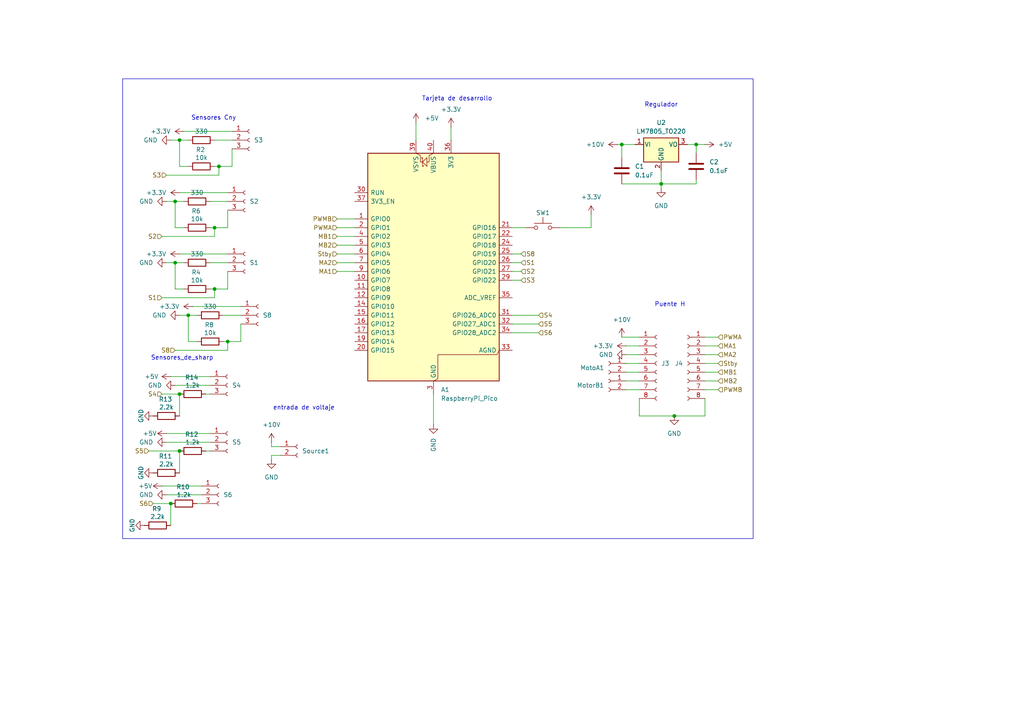
<source format=kicad_sch>
(kicad_sch (version 20250114) (generator "eeschema") (generator_version "9.0")
  (paper "A4")
  (lib_symbols
    (symbol "Connector:Conn_01x02_Socket" (pin_names (offset 1.016) (hide yes))
      (property "Reference" "J" (at 0 2.54 0))
      (property "Value" "Conn_01x02_Socket" (at 0 -5.08 0))
      (symbol "Conn_01x02_Socket_1_1"
        (polyline (pts (xy -1.27 0) (xy -0.508 0)) (stroke (width 0.1524)))
        (polyline (pts (xy -1.27 -2.54) (xy -0.508 -2.54)) (stroke (width 0.1524)))
        (arc (start 0 -0.508) (mid -0.5058 0) (end 0 0.508) (stroke (width 0.1524)))
        (arc (start 0 -3.048) (mid -0.5058 -2.54) (end 0 -2.032) (stroke (width 0.1524)))
        (pin passive line (at -5.08 0 0) (length 3.81) (name "Pin_1") (number "1"))
        (pin passive line (at -5.08 -2.54 0) (length 3.81) (name "Pin_2") (number "2"))
      )
    )
    (symbol "Connector:Conn_01x03_Socket" (pin_names (offset 1.016) (hide yes))
      (property "Reference" "J" (at 0 5.08 0))
      (property "Value" "Conn_01x03_Socket" (at 0 -5.08 0))
      (symbol "Conn_01x03_Socket_1_1"
        (polyline (pts (xy -1.27 2.54) (xy -0.508 2.54)) (stroke (width 0.1524)))
        (polyline (pts (xy -1.27 0) (xy -0.508 0)) (stroke (width 0.1524)))
        (polyline (pts (xy -1.27 -2.54) (xy -0.508 -2.54)) (stroke (width 0.1524)))
        (arc (start 0 2.032) (mid -0.5058 2.54) (end 0 3.048) (stroke (width 0.1524)))
        (arc (start 0 -0.508) (mid -0.5058 0) (end 0 0.508) (stroke (width 0.1524)))
        (arc (start 0 -3.048) (mid -0.5058 -2.54) (end 0 -2.032) (stroke (width 0.1524)))
        (pin passive line (at -5.08 2.54 0) (length 3.81) (name "Pin_1") (number "1"))
        (pin passive line (at -5.08 0 0) (length 3.81) (name "Pin_2") (number "2"))
        (pin passive line (at -5.08 -2.54 0) (length 3.81) (name "Pin_3") (number "3"))
      )
    )
    (symbol "Connector:Conn_01x08_Socket" (pin_names (offset 1.016) (hide yes))
      (property "Reference" "J" (at 0 10.16 0))
      (property "Value" "Conn_01x08_Socket" (at 0 -12.7 0))
      (symbol "Conn_01x08_Socket_1_1"
        (polyline (pts (xy -1.27 7.62) (xy -0.508 7.62)) (stroke (width 0.1524)))
        (polyline (pts (xy -1.27 5.08) (xy -0.508 5.08)) (stroke (width 0.1524)))
        (polyline (pts (xy -1.27 2.54) (xy -0.508 2.54)) (stroke (width 0.1524)))
        (polyline (pts (xy -1.27 0) (xy -0.508 0)) (stroke (width 0.1524)))
        (polyline (pts (xy -1.27 -2.54) (xy -0.508 -2.54)) (stroke (width 0.1524)))
        (polyline (pts (xy -1.27 -5.08) (xy -0.508 -5.08)) (stroke (width 0.1524)))
        (polyline (pts (xy -1.27 -7.62) (xy -0.508 -7.62)) (stroke (width 0.1524)))
        (polyline (pts (xy -1.27 -10.16) (xy -0.508 -10.16)) (stroke (width 0.1524)))
        (arc (start 0 7.112) (mid -0.5058 7.62) (end 0 8.128) (stroke (width 0.1524)))
        (arc (start 0 4.572) (mid -0.5058 5.08) (end 0 5.588) (stroke (width 0.1524)))
        (arc (start 0 2.032) (mid -0.5058 2.54) (end 0 3.048) (stroke (width 0.1524)))
        (arc (start 0 -0.508) (mid -0.5058 0) (end 0 0.508) (stroke (width 0.1524)))
        (arc (start 0 -3.048) (mid -0.5058 -2.54) (end 0 -2.032) (stroke (width 0.1524)))
        (arc (start 0 -5.588) (mid -0.5058 -5.08) (end 0 -4.572) (stroke (width 0.1524)))
        (arc (start 0 -8.128) (mid -0.5058 -7.62) (end 0 -7.112) (stroke (width 0.1524)))
        (arc (start 0 -10.668) (mid -0.5058 -10.16) (end 0 -9.652) (stroke (width 0.1524)))
        (pin passive line (at -5.08 7.62 0) (length 3.81) (name "Pin_1") (number "1"))
        (pin passive line (at -5.08 5.08 0) (length 3.81) (name "Pin_2") (number "2"))
        (pin passive line (at -5.08 2.54 0) (length 3.81) (name "Pin_3") (number "3"))
        (pin passive line (at -5.08 0 0) (length 3.81) (name "Pin_4") (number "4"))
        (pin passive line (at -5.08 -2.54 0) (length 3.81) (name "Pin_5") (number "5"))
        (pin passive line (at -5.08 -5.08 0) (length 3.81) (name "Pin_6") (number "6"))
        (pin passive line (at -5.08 -7.62 0) (length 3.81) (name "Pin_7") (number "7"))
        (pin passive line (at -5.08 -10.16 0) (length 3.81) (name "Pin_8") (number "8"))
      )
    )
    (symbol "Device:C" (pin_numbers (hide yes)) (pin_names (offset 0.254))
      (property "Reference" "C" (at 0.635 2.54 0))
      (property "Value" "C" (at 0.635 -2.54 0))
      (symbol "C_0_1"
        (polyline (pts (xy -2.032 0.762) (xy 2.032 0.762)) (stroke (width 0.508)))
        (polyline (pts (xy -2.032 -0.762) (xy 2.032 -0.762)) (stroke (width 0.508)))
      )
      (symbol "C_1_1"
        (pin passive line (at 0 3.81 270) (length 2.794) (name "~") (number "1"))
        (pin passive line (at 0 -3.81 90) (length 2.794) (name "~") (number "2"))
      )
    )
    (symbol "Device:R" (pin_numbers (hide yes)) (pin_names (offset 0))
      (property "Reference" "R" (at 2.032 0 90))
      (property "Value" "R" (at 0 0 90))
      (symbol "R_0_1"
        (rectangle (start -1.016 -2.54) (end 1.016 2.54) (stroke (width 0.254)))
      )
      (symbol "R_1_1"
        (pin passive line (at 0 3.81 270) (length 1.27) (name "~") (number "1"))
        (pin passive line (at 0 -3.81 90) (length 1.27) (name "~") (number "2"))
      )
    )
    (symbol "MCU_Module:RaspberryPi_Pico" (pin_names (offset 0.762))
      (property "Reference" "A" (at -19.05 35.56 0))
      (property "Value" "RaspberryPi_Pico" (at 7.62 35.56 0))
      (symbol "RaspberryPi_Pico_0_1"
        (rectangle (start -19.05 34.29) (end 19.05 -31.75) (stroke (width 0.254)) (fill (type background)))
        (polyline (pts (xy -5.08 34.29) (xy -3.81 33.655) (xy -3.81 31.75) (xy -3.175 31.75)))
        (polyline (pts (xy -3.429 32.766) (xy -3.429 33.02) (xy -3.175 33.02) (xy -3.175 30.48) (xy -2.921 30.48) (xy -2.921 30.734)))
        (polyline (pts (xy -3.175 31.75) (xy -1.905 33.02) (xy -1.905 30.48) (xy -3.175 31.75)))
        (polyline (pts (xy 0 34.29) (xy -1.27 33.655) (xy -1.27 31.75) (xy -1.905 31.75)))
        (polyline (pts (xy 0 -31.75) (xy 1.27 -31.115) (xy 1.27 -24.13) (xy 18.415 -24.13) (xy 19.05 -22.86)))
      )
      (symbol "RaspberryPi_Pico_1_1"
        (pin passive line (at -22.86 22.86 0) (length 3.81) (name "RUN") (number "30"))
        (pin passive line (at -22.86 20.32 0) (length 3.81) (name "3V3_EN") (number "37"))
        (pin bidirectional line (at -22.86 15.24 0) (length 3.81) (name "GPIO0") (number "1"))
        (pin bidirectional line (at -22.86 12.7 0) (length 3.81) (name "GPIO1") (number "2"))
        (pin bidirectional line (at -22.86 10.16 0) (length 3.81) (name "GPIO2") (number "4"))
        (pin bidirectional line (at -22.86 7.62 0) (length 3.81) (name "GPIO3") (number "5"))
        (pin bidirectional line (at -22.86 5.08 0) (length 3.81) (name "GPIO4") (number "6"))
        (pin bidirectional line (at -22.86 2.54 0) (length 3.81) (name "GPIO5") (number "7"))
        (pin bidirectional line (at -22.86 0 0) (length 3.81) (name "GPIO6") (number "9"))
        (pin bidirectional line (at -22.86 -2.54 0) (length 3.81) (name "GPIO7") (number "10"))
        (pin bidirectional line (at -22.86 -5.08 0) (length 3.81) (name "GPIO8") (number "11"))
        (pin bidirectional line (at -22.86 -7.62 0) (length 3.81) (name "GPIO9") (number "12"))
        (pin bidirectional line (at -22.86 -10.16 0) (length 3.81) (name "GPIO10") (number "14"))
        (pin bidirectional line (at -22.86 -12.7 0) (length 3.81) (name "GPIO11") (number "15"))
        (pin bidirectional line (at -22.86 -15.24 0) (length 3.81) (name "GPIO12") (number "16"))
        (pin bidirectional line (at -22.86 -17.78 0) (length 3.81) (name "GPIO13") (number "17"))
        (pin bidirectional line (at -22.86 -20.32 0) (length 3.81) (name "GPIO14") (number "19"))
        (pin bidirectional line (at -22.86 -22.86 0) (length 3.81) (name "GPIO15") (number "20"))
        (pin power_in line (at -5.08 38.1 270) (length 3.81) (name "VSYS") (number "39"))
        (pin power_out line (at 0 38.1 270) (length 3.81) (name "VBUS") (number "40"))
        (pin passive line (at 0 -35.56 90) (length 3.81) (hide yes) (name "GND") (number "13"))
        (pin passive line (at 0 -35.56 90) (length 3.81) (hide yes) (name "GND") (number "18"))
        (pin passive line (at 0 -35.56 90) (length 3.81) (hide yes) (name "GND") (number "23"))
        (pin passive line (at 0 -35.56 90) (length 3.81) (hide yes) (name "GND") (number "28"))
        (pin power_out line (at 0 -35.56 90) (length 3.81) (name "GND") (number "3"))
        (pin passive line (at 0 -35.56 90) (length 3.81) (hide yes) (name "GND") (number "38"))
        (pin passive line (at 0 -35.56 90) (length 3.81) (hide yes) (name "GND") (number "8"))
        (pin power_out line (at 5.08 38.1 270) (length 3.81) (name "3V3") (number "36"))
        (pin bidirectional line (at 22.86 12.7 180) (length 3.81) (name "GPIO16") (number "21"))
        (pin bidirectional line (at 22.86 10.16 180) (length 3.81) (name "GPIO17") (number "22"))
        (pin bidirectional line (at 22.86 7.62 180) (length 3.81) (name "GPIO18") (number "24"))
        (pin bidirectional line (at 22.86 5.08 180) (length 3.81) (name "GPIO19") (number "25"))
        (pin bidirectional line (at 22.86 2.54 180) (length 3.81) (name "GPIO20") (number "26"))
        (pin bidirectional line (at 22.86 0 180) (length 3.81) (name "GPIO21") (number "27"))
        (pin bidirectional line (at 22.86 -2.54 180) (length 3.81) (name "GPIO22") (number "29"))
        (pin power_in line (at 22.86 -7.62 180) (length 3.81) (name "ADC_VREF") (number "35"))
        (pin bidirectional line (at 22.86 -12.7 180) (length 3.81) (name "GPIO26_ADC0") (number "31"))
        (pin bidirectional line (at 22.86 -15.24 180) (length 3.81) (name "GPIO27_ADC1") (number "32"))
        (pin bidirectional line (at 22.86 -17.78 180) (length 3.81) (name "GPIO28_ADC2") (number "34"))
        (pin power_out line (at 22.86 -22.86 180) (length 3.81) (name "AGND") (number "33"))
      )
    )
    (symbol "Regulator_Linear:LM7805_TO220" (pin_names (offset 0.254))
      (property "Reference" "U" (at -3.81 3.175 0))
      (property "Value" "LM7805_TO220" (at 0 3.175 0))
      (symbol "LM7805_TO220_0_1"
        (rectangle (start -5.08 1.905) (end 5.08 -5.08) (stroke (width 0.254)) (fill (type background)))
      )
      (symbol "LM7805_TO220_1_1"
        (pin power_in line (at -7.62 0 0) (length 2.54) (name "VI") (number "1"))
        (pin power_in line (at 0 -7.62 90) (length 2.54) (name "GND") (number "2"))
        (pin power_out line (at 7.62 0 180) (length 2.54) (name "VO") (number "3"))
      )
    )
    (symbol "Switch:SW_Push" (pin_numbers (hide yes)) (pin_names (offset 1.016) (hide yes))
      (property "Reference" "SW" (at 1.27 2.54 0))
      (property "Value" "SW_Push" (at 0 -1.524 0))
      (symbol "SW_Push_0_1"
        (circle (center -2.032 0) (radius 0.508))
        (polyline (pts (xy 0 1.27) (xy 0 3.048)))
        (circle (center 2.032 0) (radius 0.508))
        (polyline (pts (xy 2.54 1.27) (xy -2.54 1.27)))
        (pin passive line (at -5.08 0 0) (length 2.54) (name "1") (number "1"))
        (pin passive line (at 5.08 0 180) (length 2.54) (name "2") (number "2"))
      )
    )
    (symbol "power:+10V" (power) (pin_numbers (hide yes)) (pin_names (offset 0) (hide yes))
      (property "Value" "+10V" (at 0 3.556 0))
      (symbol "+10V_0_1"
        (polyline (pts (xy -0.762 1.27) (xy 0 2.54)))
        (polyline (pts (xy 0 2.54) (xy 0.762 1.27)))
        (polyline (pts (xy 0 0) (xy 0 2.54)))
      )
      (symbol "+10V_1_1"
        (pin power_in line (at 0 0 90) (length 0) (name "~") (number "1"))
      )
    )
    (symbol "power:+3.3V" (power) (pin_numbers (hide yes)) (pin_names (offset 0) (hide yes))
      (property "Value" "+3.3V" (at 0 3.556 0))
      (symbol "+3.3V_0_1"
        (polyline (pts (xy -0.762 1.27) (xy 0 2.54)))
        (polyline (pts (xy 0 2.54) (xy 0.762 1.27)))
        (polyline (pts (xy 0 0) (xy 0 2.54)))
      )
      (symbol "+3.3V_1_1"
        (pin power_in line (at 0 0 90) (length 0) (name "~") (number "1"))
      )
    )
    (symbol "power:+5V" (power) (pin_numbers (hide yes)) (pin_names (offset 0) (hide yes))
      (property "Value" "+5V" (at 0 3.556 0))
      (symbol "+5V_0_1"
        (polyline (pts (xy -0.762 1.27) (xy 0 2.54)))
        (polyline (pts (xy 0 2.54) (xy 0.762 1.27)))
        (polyline (pts (xy 0 0) (xy 0 2.54)))
      )
      (symbol "+5V_1_1"
        (pin power_in line (at 0 0 90) (length 0) (name "~") (number "1"))
      )
    )
    (symbol "power:GND" (power) (pin_numbers (hide yes)) (pin_names (offset 0) (hide yes))
      (property "Value" "GND" (at 0 -3.81 0))
      (symbol "GND_0_1"
        (polyline (pts (xy 0 0) (xy 0 -1.27) (xy 1.27 -1.27) (xy 0 -2.54) (xy -1.27 -1.27) (xy 0 -1.27)))
      )
      (symbol "GND_1_1"
        (pin power_in line (at 0 0 270) (length 0) (name "~") (number "1"))
      )
    )
  )
  (rectangle (start 35.56 22.86) (end 218.44 156.21))
  (text "Sensores Cny\n" (at 61.976 34.29 0) (effects (font (size 1.27 1.27))))
  (text "Puente H" (at 194.31 88.392 0) (effects (font (size 1.27 1.27))))
  (text "Sensores_de_sharp\n" (at 52.832 103.886 0) (effects (font (size 1.27 1.27))))
  (text "entrada de voltaje\n" (at 88.138 118.364 0) (effects (font (size 1.27 1.27))))
  (text "Tarjeta de desarrollo" (at 132.588 28.702 0) (effects (font (size 1.27 1.27))))
  (text "Regulador\n" (at 191.77 30.48 0) (effects (font (size 1.27 1.27))))
  (junction (at 63.5 48.26))
  (junction (at 180.34 41.91))
  (junction (at 191.77 53.34))
  (junction (at 50.8 58.42))
  (junction (at 50.8 76.2))
  (junction (at 54.61 91.44))
  (junction (at 52.07 40.64))
  (junction (at 62.23 83.82))
  (junction (at 52.07 130.81))
  (junction (at 49.53 146.05))
  (junction (at 62.23 66.04))
  (junction (at 201.93 41.91))
  (junction (at 195.58 120.65))
  (junction (at 66.04 99.06))
  (junction (at 52.07 114.3))
  (wire (pts (xy 204.47 97.79) (xy 208.28 97.79)))
  (wire (pts (xy 62.23 40.64) (xy 67.31 40.64)))
  (wire (pts (xy 180.34 41.91) (xy 180.34 45.72)))
  (wire (pts (xy 148.59 76.2) (xy 151.13 76.2)))
  (wire (pts (xy 66.04 99.06) (xy 69.85 99.06)))
  (wire (pts (xy 48.26 128.27) (xy 60.96 128.27)))
  (wire (pts (xy 62.23 68.58) (xy 62.23 66.04)))
  (wire (pts (xy 55.88 88.9) (xy 69.85 88.9)))
  (wire (pts (xy 44.45 146.05) (xy 49.53 146.05)))
  (wire (pts (xy 148.59 73.66) (xy 151.13 73.66)))
  (wire (pts (xy 62.23 83.82) (xy 66.04 83.82)))
  (wire (pts (xy 52.07 130.81) (xy 52.07 137.16)))
  (wire (pts (xy 204.47 105.41) (xy 208.28 105.41)))
  (wire (pts (xy 97.79 71.12) (xy 102.87 71.12)))
  (wire (pts (xy 60.96 83.82) (xy 62.23 83.82)))
  (wire (pts (xy 181.61 105.41) (xy 185.42 105.41)))
  (wire (pts (xy 97.79 63.5) (xy 102.87 63.5)))
  (wire (pts (xy 148.59 78.74) (xy 151.13 78.74)))
  (wire (pts (xy 62.23 86.36) (xy 62.23 83.82)))
  (wire (pts (xy 66.04 83.82) (xy 66.04 78.74)))
  (wire (pts (xy 81.28 132.08) (xy 78.74 132.08)))
  (wire (pts (xy 148.59 96.52) (xy 156.21 96.52)))
  (wire (pts (xy 204.47 110.49) (xy 208.28 110.49)))
  (wire (pts (xy 63.5 48.26) (xy 67.31 48.26)))
  (wire (pts (xy 201.93 52.07) (xy 201.93 53.34)))
  (wire (pts (xy 52.07 114.3) (xy 52.07 120.65)))
  (wire (pts (xy 46.99 86.36) (xy 62.23 86.36)))
  (wire (pts (xy 204.47 107.95) (xy 208.28 107.95)))
  (wire (pts (xy 50.8 76.2) (xy 53.34 76.2)))
  (wire (pts (xy 191.77 49.53) (xy 191.77 53.34)))
  (wire (pts (xy 191.77 53.34) (xy 191.77 54.61)))
  (wire (pts (xy 60.96 66.04) (xy 62.23 66.04)))
  (wire (pts (xy 53.34 83.82) (xy 50.8 83.82)))
  (wire (pts (xy 180.34 53.34) (xy 191.77 53.34)))
  (wire (pts (xy 52.07 48.26) (xy 52.07 40.64)))
  (wire (pts (xy 48.26 143.51) (xy 58.42 143.51)))
  (wire (pts (xy 181.61 100.33) (xy 185.42 100.33)))
  (wire (pts (xy 62.23 66.04) (xy 66.04 66.04)))
  (wire (pts (xy 48.26 125.73) (xy 60.96 125.73)))
  (wire (pts (xy 148.59 93.98) (xy 156.21 93.98)))
  (wire (pts (xy 66.04 101.6) (xy 66.04 99.06)))
  (wire (pts (xy 49.53 146.05) (xy 49.53 152.4)))
  (wire (pts (xy 125.73 114.3) (xy 125.73 123.19)))
  (wire (pts (xy 52.07 73.66) (xy 66.04 73.66)))
  (wire (pts (xy 195.58 120.65) (xy 185.42 120.65)))
  (wire (pts (xy 48.26 50.8) (xy 63.5 50.8)))
  (wire (pts (xy 50.8 111.76) (xy 60.96 111.76)))
  (wire (pts (xy 64.77 91.44) (xy 69.85 91.44)))
  (wire (pts (xy 181.61 102.87) (xy 185.42 102.87)))
  (wire (pts (xy 199.39 41.91) (xy 201.93 41.91)))
  (wire (pts (xy 97.79 68.58) (xy 102.87 68.58)))
  (wire (pts (xy 180.34 97.79) (xy 185.42 97.79)))
  (wire (pts (xy 50.8 83.82) (xy 50.8 76.2)))
  (wire (pts (xy 54.61 91.44) (xy 57.15 91.44)))
  (wire (pts (xy 43.18 130.81) (xy 52.07 130.81)))
  (wire (pts (xy 46.99 114.3) (xy 52.07 114.3)))
  (wire (pts (xy 148.59 66.04) (xy 152.4 66.04)))
  (wire (pts (xy 204.47 120.65) (xy 195.58 120.65)))
  (wire (pts (xy 97.79 76.2) (xy 102.87 76.2)))
  (wire (pts (xy 97.79 73.66) (xy 102.87 73.66)))
  (wire (pts (xy 148.59 91.44) (xy 156.21 91.44)))
  (wire (pts (xy 60.96 58.42) (xy 66.04 58.42)))
  (wire (pts (xy 181.61 110.49) (xy 185.42 110.49)))
  (wire (pts (xy 49.53 109.22) (xy 60.96 109.22)))
  (wire (pts (xy 53.34 38.1) (xy 67.31 38.1)))
  (wire (pts (xy 162.56 66.04) (xy 171.45 66.04)))
  (wire (pts (xy 67.31 48.26) (xy 67.31 43.18)))
  (wire (pts (xy 171.45 62.23) (xy 171.45 66.04)))
  (wire (pts (xy 57.15 99.06) (xy 54.61 99.06)))
  (wire (pts (xy 48.26 76.2) (xy 50.8 76.2)))
  (wire (pts (xy 130.81 36.83) (xy 130.81 40.64)))
  (wire (pts (xy 50.8 66.04) (xy 50.8 58.42)))
  (wire (pts (xy 49.53 40.64) (xy 52.07 40.64)))
  (wire (pts (xy 64.77 99.06) (xy 66.04 99.06)))
  (wire (pts (xy 54.61 48.26) (xy 52.07 48.26)))
  (wire (pts (xy 185.42 120.65) (xy 185.42 115.57)))
  (wire (pts (xy 50.8 58.42) (xy 53.34 58.42)))
  (wire (pts (xy 57.15 146.05) (xy 58.42 146.05)))
  (wire (pts (xy 97.79 78.74) (xy 102.87 78.74)))
  (wire (pts (xy 59.69 130.81) (xy 60.96 130.81)))
  (wire (pts (xy 66.04 66.04) (xy 66.04 60.96)))
  (wire (pts (xy 50.8 101.6) (xy 66.04 101.6)))
  (wire (pts (xy 204.47 102.87) (xy 208.28 102.87)))
  (wire (pts (xy 181.61 107.95) (xy 185.42 107.95)))
  (wire (pts (xy 54.61 99.06) (xy 54.61 91.44)))
  (wire (pts (xy 46.99 140.97) (xy 58.42 140.97)))
  (wire (pts (xy 78.74 132.08) (xy 78.74 133.35)))
  (wire (pts (xy 78.74 129.54) (xy 78.74 128.27)))
  (wire (pts (xy 52.07 55.88) (xy 66.04 55.88)))
  (wire (pts (xy 52.07 91.44) (xy 54.61 91.44)))
  (wire (pts (xy 60.96 76.2) (xy 66.04 76.2)))
  (wire (pts (xy 63.5 50.8) (xy 63.5 48.26)))
  (wire (pts (xy 62.23 48.26) (xy 63.5 48.26)))
  (wire (pts (xy 201.93 41.91) (xy 201.93 44.45)))
  (wire (pts (xy 52.07 40.64) (xy 54.61 40.64)))
  (wire (pts (xy 53.34 66.04) (xy 50.8 66.04)))
  (wire (pts (xy 201.93 41.91) (xy 204.47 41.91)))
  (wire (pts (xy 69.85 99.06) (xy 69.85 93.98)))
  (wire (pts (xy 204.47 115.57) (xy 204.47 120.65)))
  (wire (pts (xy 59.69 114.3) (xy 60.96 114.3)))
  (wire (pts (xy 181.61 113.03) (xy 185.42 113.03)))
  (wire (pts (xy 46.99 68.58) (xy 62.23 68.58)))
  (wire (pts (xy 201.93 53.34) (xy 191.77 53.34)))
  (wire (pts (xy 81.28 129.54) (xy 78.74 129.54)))
  (wire (pts (xy 204.47 100.33) (xy 208.28 100.33)))
  (wire (pts (xy 180.34 41.91) (xy 184.15 41.91)))
  (wire (pts (xy 48.26 58.42) (xy 50.8 58.42)))
  (wire (pts (xy 179.07 41.91) (xy 180.34 41.91)))
  (wire (pts (xy 120.65 35.56) (xy 120.65 40.64)))
  (wire (pts (xy 204.47 113.03) (xy 208.28 113.03)))
  (wire (pts (xy 148.59 81.28) (xy 151.13 81.28)))
  (wire (pts (xy 97.79 66.04) (xy 102.87 66.04)))
  (hierarchical_label "PWMB" (shape input) (at 208.28 113.03 0))
  (hierarchical_label "PWMA" (shape input) (at 208.28 97.79 0))
  (hierarchical_label "S3" (shape input) (at 48.26 50.8 180))
  (hierarchical_label "Stby" (shape input) (at 97.79 73.66 180))
  (hierarchical_label "MA2" (shape input) (at 97.79 76.2 180))
  (hierarchical_label "S8" (shape input) (at 151.13 73.66 0))
  (hierarchical_label "PWMB" (shape input) (at 97.79 63.5 180))
  (hierarchical_label "S1" (shape input) (at 46.99 86.36 180))
  (hierarchical_label "S1" (shape input) (at 151.13 76.2 0))
  (hierarchical_label "MA1" (shape input) (at 208.28 100.33 0))
  (hierarchical_label "MB2" (shape input) (at 97.79 71.12 180))
  (hierarchical_label "S8" (shape input) (at 50.8 101.6 180))
  (hierarchical_label "S6" (shape input) (at 156.21 96.52 0))
  (hierarchical_label "MA2" (shape input) (at 208.28 102.87 0))
  (hierarchical_label "MB1" (shape input) (at 208.28 107.95 0))
  (hierarchical_label "S2" (shape input) (at 46.99 68.58 180))
  (hierarchical_label "PWMA" (shape input) (at 97.79 66.04 180))
  (hierarchical_label "S5" (shape input) (at 43.18 130.81 180))
  (hierarchical_label "S3" (shape input) (at 151.13 81.28 0))
  (hierarchical_label "S5" (shape input) (at 156.21 93.98 0))
  (hierarchical_label "MB1" (shape input) (at 97.79 68.58 180))
  (hierarchical_label "S2" (shape input) (at 151.13 78.74 0))
  (hierarchical_label "S4" (shape input) (at 46.99 114.3 180))
  (hierarchical_label "Stby" (shape input) (at 208.28 105.41 0))
  (hierarchical_label "S4" (shape input) (at 156.21 91.44 0))
  (hierarchical_label "MA1" (shape input) (at 97.79 78.74 180))
  (hierarchical_label "S6" (shape input) (at 44.45 146.05 180))
  (hierarchical_label "MB2" (shape input) (at 208.28 110.49 0))
  (symbol (lib_id "power:GND") (at 44.45 120.65 270) (unit 1)
    (property "Reference" "#PWR030" (effects (hide yes)))
    (property "Value" "GND" (at 40.894 120.65 0))
    (property "Description" "Power symbol creates a global label with name \"GND\" , ground" (effects (hide yes)))
  )
  (symbol (lib_id "Device:R") (at 60.96 99.06 90) (unit 1)
    (property "Reference" "R8" (at 60.706 94.234 90))
    (property "Value" "10k" (at 60.96 96.52 90))
    (property "Footprint" "Resistor_SMD:R_0805_2012Metric_Pad1.20x1.40mm_HandSolder" (effects (hide yes)))
    (property "Description" "Resistor" (effects (hide yes)))
  )
  (symbol (lib_id "power:GND") (at 52.07 91.44 270) (unit 1)
    (property "Reference" "#PWR027" (effects (hide yes)))
    (property "Value" "GND" (at 48.26 91.4399 90) (effects (justify right)))
    (property "Description" "Power symbol creates a global label with name \"GND\" , ground" (effects (hide yes)))
  )
  (symbol (lib_id "Connector:Conn_01x08_Socket") (at 190.5 105.41 0) (unit 1)
    (property "Reference" "J3" (at 191.77 105.4099 0) (effects (justify left)))
    (property "Value" "Conn_01x08_Socket" (effects (hide yes)))
    (property "Footprint" "Connector_PinSocket_2.54mm:PinSocket_1x08_P2.54mm_Vertical" (effects (hide yes)))
    (property "Description" "Generic connector, single row, 01x08, script generated" (effects (hide yes)))
  )
  (symbol (lib_id "power:+3.3V") (at 49.53 109.22 90) (unit 1)
    (property "Reference" "#PWR026" (effects (hide yes)))
    (property "Value" "+5V" (at 43.942 109.22 90))
    (property "Description" "Power symbol creates a global label with name \"+3.3V\"" (effects (hide yes)))
  )
  (symbol (lib_id "power:+3.3V") (at 53.34 38.1 90) (unit 1)
    (property "Reference" "#PWR06" (effects (hide yes)))
    (property "Value" "+3.3V" (at 49.53 38.0999 90) (effects (justify left)))
    (property "Description" "Power symbol creates a global label with name \"+3.3V\"" (effects (hide yes)))
  )
  (symbol (lib_id "power:+10V") (at 180.34 97.79 0) (unit 1)
    (property "Reference" "#PWR01" (effects (hide yes)))
    (property "Value" "+10V" (at 180.34 92.71 0))
    (property "Description" "Power symbol creates a global label with name \"+10V\"" (effects (hide yes)))
  )
  (symbol (lib_id "Device:R") (at 48.26 137.16 90) (unit 1)
    (property "Reference" "R11" (at 48.006 132.334 90))
    (property "Value" "2.2k" (at 48.26 134.62 90))
    (property "Footprint" "Resistor_SMD:R_0805_2012Metric_Pad1.20x1.40mm_HandSolder" (effects (hide yes)))
    (property "Description" "Resistor" (effects (hide yes)))
  )
  (symbol (lib_id "Device:R") (at 58.42 40.64 90) (unit 1)
    (property "Reference" "R1" (effects (hide yes)))
    (property "Value" "330" (at 58.42 38.1 90))
    (property "Footprint" "Resistor_SMD:R_0805_2012Metric_Pad1.20x1.40mm_HandSolder" (effects (hide yes)))
    (property "Description" "Resistor" (effects (hide yes)))
  )
  (symbol (lib_id "power:GND") (at 44.45 137.16 270) (unit 1)
    (property "Reference" "#PWR029" (effects (hide yes)))
    (property "Value" "GND" (at 40.894 137.16 0))
    (property "Description" "Power symbol creates a global label with name \"GND\" , ground" (effects (hide yes)))
  )
  (symbol (lib_id "power:GND") (at 125.73 123.19 0) (unit 1)
    (property "Reference" "#PWR019" (effects (hide yes)))
    (property "Value" "GND" (at 125.7301 127 90) (effects (justify right)))
    (property "Description" "Power symbol creates a global label with name \"GND\" , ground" (effects (hide yes)))
  )
  (symbol (lib_id "power:+3.3V") (at 55.88 88.9 90) (unit 1)
    (property "Reference" "#PWR023" (effects (hide yes)))
    (property "Value" "+3.3V" (at 52.07 88.8999 90) (effects (justify left)))
    (property "Description" "Power symbol creates a global label with name \"+3.3V\"" (effects (hide yes)))
  )
  (symbol (lib_id "power:+5V") (at 120.65 35.56 0) (unit 1)
    (property "Reference" "#PWR020" (effects (hide yes)))
    (property "Value" "+5V" (at 123.19 34.2899 0) (effects (justify left)))
    (property "Description" "Power symbol creates a global label with name \"+5V\"" (effects (hide yes)))
  )
  (symbol (lib_id "Device:R") (at 58.42 48.26 90) (unit 1)
    (property "Reference" "R2" (at 58.166 43.434 90))
    (property "Value" "10k" (at 58.42 45.72 90))
    (property "Footprint" "Resistor_SMD:R_0805_2012Metric_Pad1.20x1.40mm_HandSolder" (effects (hide yes)))
    (property "Description" "Resistor" (effects (hide yes)))
  )
  (symbol (lib_id "Device:R") (at 53.34 146.05 90) (unit 1)
    (property "Reference" "R10" (at 53.086 141.224 90))
    (property "Value" "1.2k" (at 53.34 143.51 90))
    (property "Footprint" "Resistor_SMD:R_0805_2012Metric_Pad1.20x1.40mm_HandSolder" (effects (hide yes)))
    (property "Description" "Resistor" (effects (hide yes)))
  )
  (symbol (lib_id "power:GND") (at 78.74 133.35 0) (unit 1)
    (property "Reference" "#PWR011" (effects (hide yes)))
    (property "Value" "GND" (at 78.74 138.43 0))
    (property "Description" "Power symbol creates a global label with name \"GND\" , ground" (effects (hide yes)))
  )
  (symbol (lib_id "Connector:Conn_01x02_Socket") (at 86.36 129.54 0) (unit 1)
    (property "Reference" "Source1" (at 87.63 130.8099 0) (effects (justify left)))
    (property "Value" "Conn_01x02_Socket" (effects (hide yes)))
    (property "Footprint" "Connector_JST:JST_XH_B2B-XH-A_1x02_P2.50mm_Vertical" (effects (hide yes)))
    (property "Description" "Generic connector, single row, 01x02, script generated" (effects (hide yes)))
  )
  (symbol (lib_id "Switch:SW_Push") (at 157.48 66.04 0) (mirror y) (unit 1)
    (property "Reference" "SW1" (at 157.48 61.722 0))
    (property "Value" "SW_Push" (effects (hide yes)))
    (property "Footprint" "Button_Switch_THT:SW_PUSH_1P1T_6x3.5mm_H5.0_APEM_MJTP1250" (effects (hide yes)))
    (property "Description" "Push button switch, generic, two pins" (effects (hide yes)))
  )
  (symbol (lib_id "Device:R") (at 48.26 120.65 90) (unit 1)
    (property "Reference" "R13" (at 48.006 115.824 90))
    (property "Value" "2.2k" (at 48.26 118.11 90))
    (property "Footprint" "Resistor_SMD:R_0805_2012Metric_Pad1.20x1.40mm_HandSolder" (effects (hide yes)))
    (property "Description" "Resistor" (effects (hide yes)))
  )
  (symbol (lib_id "Connector:Conn_01x03_Socket") (at 72.39 40.64 0) (unit 1)
    (property "Reference" "S3" (at 73.66 40.6399 0) (effects (justify left)))
    (property "Value" "Conn_01x03_Socket" (effects (hide yes)))
    (property "Footprint" "Connector_JST:JST_XH_B3B-XH-A_1x03_P2.50mm_Vertical" (effects (hide yes)))
    (property "Description" "Generic connector, single row, 01x03, script generated" (effects (hide yes)))
  )
  (symbol (lib_id "power:GND") (at 191.77 54.61 0) (unit 1)
    (property "Reference" "#PWR08" (effects (hide yes)))
    (property "Value" "GND" (at 191.77 59.69 0))
    (property "Description" "Power symbol creates a global label with name \"GND\" , ground" (effects (hide yes)))
  )
  (symbol (lib_id "Connector:Conn_01x03_Socket") (at 71.12 58.42 0) (unit 1)
    (property "Reference" "S2" (at 72.39 58.4199 0) (effects (justify left)))
    (property "Value" "Conn_01x03_Socket" (effects (hide yes)))
    (property "Footprint" "Connector_JST:JST_XH_B3B-XH-A_1x03_P2.50mm_Vertical" (effects (hide yes)))
    (property "Description" "Generic connector, single row, 01x03, script generated" (effects (hide yes)))
  )
  (symbol (lib_id "Connector:Conn_01x03_Socket") (at 66.04 128.27 0) (unit 1)
    (property "Reference" "S5" (at 67.31 128.2699 0) (effects (justify left)))
    (property "Value" "Conn_01x03_Socket" (effects (hide yes)))
    (property "Footprint" "Connector_JST:JST_XH_B3B-XH-A_1x03_P2.50mm_Vertical" (effects (hide yes)))
    (property "Description" "Generic connector, single row, 01x03, script generated" (effects (hide yes)))
  )
  (symbol (lib_id "power:+3.3V") (at 48.26 125.73 90) (unit 1)
    (property "Reference" "#PWR018" (effects (hide yes)))
    (property "Value" "+5V" (at 43.434 125.73 90))
    (property "Description" "Power symbol creates a global label with name \"+3.3V\"" (effects (hide yes)))
  )
  (symbol (lib_id "Device:C") (at 201.93 48.26 0) (unit 1)
    (property "Reference" "C2" (at 205.74 46.9899 0) (effects (justify left)))
    (property "Value" "0.1uF" (at 205.74 49.5299 0) (effects (justify left)))
    (property "Footprint" "Capacitor_SMD:C_0805_2012Metric_Pad1.18x1.45mm_HandSolder" (effects (hide yes)))
    (property "Description" "Unpolarized capacitor" (effects (hide yes)))
  )
  (symbol (lib_id "power:GND") (at 41.91 152.4 270) (unit 1)
    (property "Reference" "#PWR028" (effects (hide yes)))
    (property "Value" "GND" (at 38.354 152.4 0))
    (property "Description" "Power symbol creates a global label with name \"GND\" , ground" (effects (hide yes)))
  )
  (symbol (lib_id "power:+3.3V") (at 130.81 36.83 0) (unit 1)
    (property "Reference" "#PWR025" (effects (hide yes)))
    (property "Value" "+3.3V" (at 130.81 31.75 0))
    (property "Description" "Power symbol creates a global label with name \"+3.3V\"" (effects (hide yes)))
  )
  (symbol (lib_id "power:GND") (at 48.26 76.2 270) (unit 1)
    (property "Reference" "#PWR07" (effects (hide yes)))
    (property "Value" "GND" (at 44.45 76.1999 90) (effects (justify right)))
    (property "Description" "Power symbol creates a global label with name \"GND\" , ground" (effects (hide yes)))
  )
  (symbol (lib_id "power:+5V") (at 204.47 41.91 270) (unit 1)
    (property "Reference" "#PWR012" (effects (hide yes)))
    (property "Value" "+5V" (at 208.28 41.9099 90) (effects (justify left)))
    (property "Description" "Power symbol creates a global label with name \"+5V\"" (effects (hide yes)))
  )
  (symbol (lib_id "power:GND") (at 48.26 58.42 270) (unit 1)
    (property "Reference" "#PWR013" (effects (hide yes)))
    (property "Value" "GND" (at 44.45 58.4199 90) (effects (justify right)))
    (property "Description" "Power symbol creates a global label with name \"GND\" , ground" (effects (hide yes)))
  )
  (symbol (lib_id "power:+3.3V") (at 52.07 73.66 90) (unit 1)
    (property "Reference" "#PWR015" (effects (hide yes)))
    (property "Value" "+3.3V" (at 48.26 73.6599 90) (effects (justify left)))
    (property "Description" "Power symbol creates a global label with name \"+3.3V\"" (effects (hide yes)))
  )
  (symbol (lib_id "power:+10V") (at 179.07 41.91 90) (unit 1)
    (property "Reference" "#PWR09" (effects (hide yes)))
    (property "Value" "+10V" (at 175.26 41.9099 90) (effects (justify left)))
    (property "Description" "Power symbol creates a global label with name \"+10V\"" (effects (hide yes)))
  )
  (symbol (lib_id "Device:R") (at 55.88 130.81 90) (unit 1)
    (property "Reference" "R12" (at 55.626 125.984 90))
    (property "Value" "1.2k" (at 55.88 128.27 90))
    (property "Footprint" "Resistor_SMD:R_0805_2012Metric_Pad1.20x1.40mm_HandSolder" (effects (hide yes)))
    (property "Description" "Resistor" (effects (hide yes)))
  )
  (symbol (lib_id "power:GND") (at 181.61 102.87 270) (unit 1)
    (property "Reference" "#PWR02" (effects (hide yes)))
    (property "Value" "GND" (at 177.8 102.8699 90) (effects (justify right)))
    (property "Description" "Power symbol creates a global label with name \"GND\" , ground" (effects (hide yes)))
  )
  (symbol (lib_id "Device:R") (at 57.15 58.42 90) (unit 1)
    (property "Reference" "R3" (effects (hide yes)))
    (property "Value" "330" (at 57.15 55.88 90))
    (property "Footprint" "Resistor_SMD:R_0805_2012Metric_Pad1.20x1.40mm_HandSolder" (effects (hide yes)))
    (property "Description" "Resistor" (effects (hide yes)))
  )
  (symbol (lib_id "Connector:Conn_01x03_Socket") (at 66.04 111.76 0) (unit 1)
    (property "Reference" "S4" (at 67.31 111.7599 0) (effects (justify left)))
    (property "Value" "Conn_01x03_Socket" (effects (hide yes)))
    (property "Footprint" "Connector_JST:JST_XH_B3B-XH-A_1x03_P2.50mm_Vertical" (effects (hide yes)))
    (property "Description" "Generic connector, single row, 01x03, script generated" (effects (hide yes)))
  )
  (symbol (lib_id "power:GND") (at 195.58 120.65 0) (unit 1)
    (property "Reference" "#PWR03" (effects (hide yes)))
    (property "Value" "GND" (at 195.58 125.73 0))
    (property "Description" "Power symbol creates a global label with name \"GND\" , ground" (effects (hide yes)))
  )
  (symbol (lib_id "power:GND") (at 48.26 143.51 270) (unit 1)
    (property "Reference" "#PWR024" (effects (hide yes)))
    (property "Value" "GND" (at 44.45 143.5099 90) (effects (justify right)))
    (property "Description" "Power symbol creates a global label with name \"GND\" , ground" (effects (hide yes)))
  )
  (symbol (lib_id "MCU_Module:RaspberryPi_Pico") (at 125.73 78.74 0) (unit 1)
    (property "Reference" "A1" (at 127.8733 113.03 0) (effects (justify left)))
    (property "Value" "RaspberryPi_Pico" (at 127.8733 115.57 0) (effects (justify left)))
    (property "Footprint" "Module:RaspberryPi_Pico_Common_THT" (effects (hide yes)))
    (property "Datasheet" "https://datasheets.raspberrypi.com/pico/pico-datasheet.pdf" (effects (hide yes)))
    (property "Description" "Versatile and inexpensive microcontroller module powered by RP2040 dual-core Arm Cortex-M0+ processor up to 133 MHz, 264kB SRAM, 2MB QSPI flash; also supports Raspberry Pi Pico 2" (effects (hide yes)))
  )
  (symbol (lib_id "Device:R") (at 57.15 66.04 90) (unit 1)
    (property "Reference" "R6" (at 56.896 61.214 90))
    (property "Value" "10k" (at 57.15 63.5 90))
    (property "Footprint" "Resistor_SMD:R_0805_2012Metric_Pad1.20x1.40mm_HandSolder" (effects (hide yes)))
    (property "Description" "Resistor" (effects (hide yes)))
  )
  (symbol (lib_id "Connector:Conn_01x03_Socket") (at 74.93 91.44 0) (unit 1)
    (property "Reference" "S8" (at 76.2 91.4399 0) (effects (justify left)))
    (property "Value" "Conn_01x03_Socket" (effects (hide yes)))
    (property "Footprint" "Connector_JST:JST_XH_B3B-XH-A_1x03_P2.50mm_Vertical" (effects (hide yes)))
    (property "Description" "Generic connector, single row, 01x03, script generated" (effects (hide yes)))
  )
  (symbol (lib_id "power:GND") (at 49.53 40.64 270) (unit 1)
    (property "Reference" "#PWR05" (effects (hide yes)))
    (property "Value" "GND" (at 45.72 40.6399 90) (effects (justify right)))
    (property "Description" "Power symbol creates a global label with name \"GND\" , ground" (effects (hide yes)))
  )
  (symbol (lib_id "power:GND") (at 48.26 128.27 270) (unit 1)
    (property "Reference" "#PWR022" (effects (hide yes)))
    (property "Value" "GND" (at 44.45 128.2699 90) (effects (justify right)))
    (property "Description" "Power symbol creates a global label with name \"GND\" , ground" (effects (hide yes)))
  )
  (symbol (lib_id "Device:R") (at 45.72 152.4 90) (unit 1)
    (property "Reference" "R9" (at 45.466 147.574 90))
    (property "Value" "2.2k" (at 45.72 149.86 90))
    (property "Footprint" "Resistor_SMD:R_0805_2012Metric_Pad1.20x1.40mm_HandSolder" (effects (hide yes)))
    (property "Description" "Resistor" (effects (hide yes)))
  )
  (symbol (lib_id "power:+3.3V") (at 181.61 100.33 90) (unit 1)
    (property "Reference" "#PWR04" (effects (hide yes)))
    (property "Value" "+3.3V" (at 177.8 100.3299 90) (effects (justify left)))
    (property "Description" "Power symbol creates a global label with name \"+3.3V\"" (effects (hide yes)))
  )
  (symbol (lib_id "Device:R") (at 60.96 91.44 90) (unit 1)
    (property "Reference" "R7" (effects (hide yes)))
    (property "Value" "330" (at 60.96 88.9 90))
    (property "Footprint" "Resistor_SMD:R_0805_2012Metric_Pad1.20x1.40mm_HandSolder" (effects (hide yes)))
    (property "Description" "Resistor" (effects (hide yes)))
  )
  (symbol (lib_id "power:GND") (at 50.8 111.76 270) (unit 1)
    (property "Reference" "#PWR017" (effects (hide yes)))
    (property "Value" "GND" (at 46.99 111.7599 90) (effects (justify right)))
    (property "Description" "Power symbol creates a global label with name \"GND\" , ground" (effects (hide yes)))
  )
  (symbol (lib_id "Device:R") (at 55.88 114.3 90) (unit 1)
    (property "Reference" "R14" (at 55.626 109.474 90))
    (property "Value" "1.2k" (at 55.88 111.76 90))
    (property "Footprint" "Resistor_SMD:R_0805_2012Metric_Pad1.20x1.40mm_HandSolder" (effects (hide yes)))
    (property "Description" "Resistor" (effects (hide yes)))
  )
  (symbol (lib_id "power:+3.3V") (at 46.99 140.97 90) (unit 1)
    (property "Reference" "#PWR016" (effects (hide yes)))
    (property "Value" "+5V" (at 42.164 140.97 90))
    (property "Description" "Power symbol creates a global label with name \"+3.3V\"" (effects (hide yes)))
  )
  (symbol (lib_id "Device:R") (at 57.15 76.2 90) (unit 1)
    (property "Reference" "R5" (effects (hide yes)))
    (property "Value" "330" (at 57.15 73.66 90))
    (property "Footprint" "Resistor_SMD:R_0805_2012Metric_Pad1.20x1.40mm_HandSolder" (effects (hide yes)))
    (property "Description" "Resistor" (effects (hide yes)))
  )
  (symbol (lib_id "Connector:Conn_01x03_Socket") (at 63.5 143.51 0) (unit 1)
    (property "Reference" "S6" (at 64.77 143.5099 0) (effects (justify left)))
    (property "Value" "Conn_01x03_Socket" (effects (hide yes)))
    (property "Footprint" "Connector_JST:JST_XH_B3B-XH-A_1x03_P2.50mm_Vertical" (effects (hide yes)))
    (property "Description" "Generic connector, single row, 01x03, script generated" (effects (hide yes)))
  )
  (symbol (lib_id "Device:C") (at 180.34 49.53 0) (unit 1)
    (property "Reference" "C1" (at 184.15 48.2599 0) (effects (justify left)))
    (property "Value" "0.1uF" (at 184.15 50.7999 0) (effects (justify left)))
    (property "Footprint" "Capacitor_SMD:C_0805_2012Metric_Pad1.18x1.45mm_HandSolder" (effects (hide yes)))
    (property "Description" "Unpolarized capacitor" (effects (hide yes)))
  )
  (symbol (lib_id "Connector:Conn_01x08_Socket") (at 199.39 105.41 0) (mirror y) (unit 1)
    (property "Reference" "J4" (at 198.12 105.4099 0) (effects (justify left)))
    (property "Value" "Conn_01x08_Socket" (effects (hide yes)))
    (property "Footprint" "Connector_PinSocket_2.54mm:PinSocket_1x08_P2.54mm_Vertical" (effects (hide yes)))
    (property "Description" "Generic connector, single row, 01x08, script generated" (effects (hide yes)))
  )
  (symbol (lib_id "Connector:Conn_01x02_Socket") (at 176.53 110.49 0) (mirror y) (unit 1)
    (property "Reference" "MotorB1" (at 175.26 111.7599 0) (effects (justify left)))
    (property "Value" "Conn_01x02_Socket" (effects (hide yes)))
    (property "Footprint" "Connector_JST:JST_XH_S2B-XH-A-1_1x02_P2.50mm_Horizontal" (effects (hide yes)))
    (property "Description" "Generic connector, single row, 01x02, script generated" (effects (hide yes)))
  )
  (symbol (lib_id "Connector:Conn_01x03_Socket") (at 71.12 76.2 0) (unit 1)
    (property "Reference" "S1" (at 72.39 76.1999 0) (effects (justify left)))
    (property "Value" "Conn_01x03_Socket" (effects (hide yes)))
    (property "Footprint" "Connector_JST:JST_XH_B3B-XH-A_1x03_P2.50mm_Vertical" (effects (hide yes)))
    (property "Description" "Generic connector, single row, 01x03, script generated" (effects (hide yes)))
  )
  (symbol (lib_id "power:+10V") (at 78.74 128.27 0) (unit 1)
    (property "Reference" "#PWR010" (effects (hide yes)))
    (property "Value" "+10V" (at 78.74 123.19 0))
    (property "Description" "Power symbol creates a global label with name \"+10V\"" (effects (hide yes)))
  )
  (symbol (lib_id "Device:R") (at 57.15 83.82 90) (unit 1)
    (property "Reference" "R4" (at 56.896 78.994 90))
    (property "Value" "10k" (at 57.15 81.28 90))
    (property "Footprint" "Resistor_SMD:R_0805_2012Metric_Pad1.20x1.40mm_HandSolder" (effects (hide yes)))
    (property "Description" "Resistor" (effects (hide yes)))
  )
  (symbol (lib_id "power:+3.3V") (at 171.45 62.23 0) (unit 1)
    (property "Reference" "#PWR021" (effects (hide yes)))
    (property "Value" "+3.3V" (at 171.45 57.15 0))
    (property "Description" "Power symbol creates a global label with name \"+3.3V\"" (effects (hide yes)))
  )
  (symbol (lib_id "Regulator_Linear:LM7805_TO220") (at 191.77 41.91 0) (unit 1)
    (property "Reference" "U2" (at 191.77 35.56 0))
    (property "Value" "LM7805_TO220" (at 191.77 38.1 0))
    (property "Footprint" "Package_TO_SOT_THT:TO-220-3_Vertical" (effects (hide yes)))
    (property "Datasheet" "https://www.onsemi.cn/PowerSolutions/document/MC7800-D.PDF" (effects (hide yes)))
    (property "Description" "Positive 1A 35V Linear Regulator, Fixed Output 5V, TO-220" (effects (hide yes)))
  )
  (symbol (lib_id "Connector:Conn_01x02_Socket") (at 176.53 105.41 0) (mirror y) (unit 1)
    (property "Reference" "MotoA1" (at 175.26 106.6799 0) (effects (justify left)))
    (property "Value" "Conn_01x02_Socket" (effects (hide yes)))
    (property "Footprint" "Connector_JST:JST_XH_S2B-XH-A-1_1x02_P2.50mm_Horizontal" (effects (hide yes)))
    (property "Description" "Generic connector, single row, 01x02, script generated" (effects (hide yes)))
  )
  (symbol (lib_id "power:+3.3V") (at 52.07 55.88 90) (unit 1)
    (property "Reference" "#PWR014" (effects (hide yes)))
    (property "Value" "+3.3V" (at 48.26 55.8799 90) (effects (justify left)))
    (property "Description" "Power symbol creates a global label with name \"+3.3V\"" (effects (hide yes)))
  )
)
</source>
